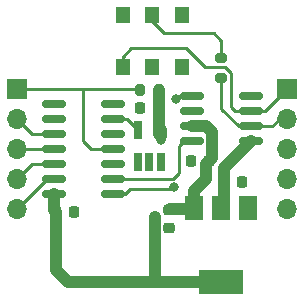
<source format=gbr>
%TF.GenerationSoftware,KiCad,Pcbnew,7.0.10*%
%TF.CreationDate,2024-05-08T17:05:56+09:00*%
%TF.ProjectId,CANFD_Module_withMCP2517FD&MCP2562FD,43414e46-445f-44d6-9f64-756c655f7769,rev?*%
%TF.SameCoordinates,Original*%
%TF.FileFunction,Copper,L1,Top*%
%TF.FilePolarity,Positive*%
%FSLAX46Y46*%
G04 Gerber Fmt 4.6, Leading zero omitted, Abs format (unit mm)*
G04 Created by KiCad (PCBNEW 7.0.10) date 2024-05-08 17:05:56*
%MOMM*%
%LPD*%
G01*
G04 APERTURE LIST*
G04 Aperture macros list*
%AMRoundRect*
0 Rectangle with rounded corners*
0 $1 Rounding radius*
0 $2 $3 $4 $5 $6 $7 $8 $9 X,Y pos of 4 corners*
0 Add a 4 corners polygon primitive as box body*
4,1,4,$2,$3,$4,$5,$6,$7,$8,$9,$2,$3,0*
0 Add four circle primitives for the rounded corners*
1,1,$1+$1,$2,$3*
1,1,$1+$1,$4,$5*
1,1,$1+$1,$6,$7*
1,1,$1+$1,$8,$9*
0 Add four rect primitives between the rounded corners*
20,1,$1+$1,$2,$3,$4,$5,0*
20,1,$1+$1,$4,$5,$6,$7,0*
20,1,$1+$1,$6,$7,$8,$9,0*
20,1,$1+$1,$8,$9,$2,$3,0*%
G04 Aperture macros list end*
%TA.AperFunction,SMDPad,CuDef*%
%ADD10RoundRect,0.200000X0.200000X0.275000X-0.200000X0.275000X-0.200000X-0.275000X0.200000X-0.275000X0*%
%TD*%
%TA.AperFunction,SMDPad,CuDef*%
%ADD11R,1.500000X2.000000*%
%TD*%
%TA.AperFunction,SMDPad,CuDef*%
%ADD12R,3.800000X2.000000*%
%TD*%
%TA.AperFunction,SMDPad,CuDef*%
%ADD13R,0.650000X1.560000*%
%TD*%
%TA.AperFunction,SMDPad,CuDef*%
%ADD14RoundRect,0.150000X0.825000X0.150000X-0.825000X0.150000X-0.825000X-0.150000X0.825000X-0.150000X0*%
%TD*%
%TA.AperFunction,SMDPad,CuDef*%
%ADD15RoundRect,0.150000X-0.825000X-0.150000X0.825000X-0.150000X0.825000X0.150000X-0.825000X0.150000X0*%
%TD*%
%TA.AperFunction,SMDPad,CuDef*%
%ADD16R,1.200000X1.400000*%
%TD*%
%TA.AperFunction,SMDPad,CuDef*%
%ADD17RoundRect,0.200000X-0.275000X0.200000X-0.275000X-0.200000X0.275000X-0.200000X0.275000X0.200000X0*%
%TD*%
%TA.AperFunction,ComponentPad*%
%ADD18R,1.700000X1.700000*%
%TD*%
%TA.AperFunction,ComponentPad*%
%ADD19O,1.700000X1.700000*%
%TD*%
%TA.AperFunction,SMDPad,CuDef*%
%ADD20RoundRect,0.225000X-0.225000X-0.250000X0.225000X-0.250000X0.225000X0.250000X-0.225000X0.250000X0*%
%TD*%
%TA.AperFunction,SMDPad,CuDef*%
%ADD21RoundRect,0.225000X-0.250000X0.225000X-0.250000X-0.225000X0.250000X-0.225000X0.250000X0.225000X0*%
%TD*%
%TA.AperFunction,SMDPad,CuDef*%
%ADD22RoundRect,0.225000X0.225000X0.250000X-0.225000X0.250000X-0.225000X-0.250000X0.225000X-0.250000X0*%
%TD*%
%TA.AperFunction,ViaPad*%
%ADD23C,0.800000*%
%TD*%
%TA.AperFunction,Conductor*%
%ADD24C,0.250000*%
%TD*%
%TA.AperFunction,Conductor*%
%ADD25C,1.000000*%
%TD*%
G04 APERTURE END LIST*
D10*
%TO.P,R2,1*%
%TO.N,+3V3*%
X128841000Y-71247000D03*
%TO.P,R2,2*%
%TO.N,INT*%
X127191000Y-71247000D03*
%TD*%
D11*
%TO.P,U4,1,GND*%
%TO.N,GND*%
X136412000Y-81178000D03*
D12*
%TO.P,U4,2,VO*%
%TO.N,+3V3*%
X134112000Y-87478000D03*
D11*
X134112000Y-81178000D03*
%TO.P,U4,3,VI*%
%TO.N,+5V*%
X131812000Y-81178000D03*
%TD*%
D13*
%TO.P,U3,1,GND*%
%TO.N,GND*%
X127066000Y-77296000D03*
%TO.P,U3,2,NC*%
%TO.N,unconnected-(U3-NC-Pad2)*%
X128016000Y-77296000D03*
%TO.P,U3,3,OE/~{ST}/NC*%
%TO.N,unconnected-(U3-OE{slash}~{ST}{slash}NC-Pad3)*%
X128966000Y-77296000D03*
%TO.P,U3,4,VDD*%
%TO.N,+3V3*%
X128966000Y-74596000D03*
%TO.P,U3,5,OUT*%
%TO.N,Net-(U2-OSC1)*%
X127066000Y-74596000D03*
%TD*%
D14*
%TO.P,U2,1,TXCAN*%
%TO.N,CANTX*%
X124903000Y-80010000D03*
%TO.P,U2,2,RXCAN*%
%TO.N,CANRX*%
X124903000Y-78740000D03*
%TO.P,U2,3,CLKO/SOF*%
%TO.N,unconnected-(U2-CLKO{slash}SOF-Pad3)*%
X124903000Y-77470000D03*
%TO.P,U2,4,~{INT}*%
%TO.N,INT*%
X124903000Y-76200000D03*
%TO.P,U2,5,OSC2*%
%TO.N,unconnected-(U2-OSC2-Pad5)*%
X124903000Y-74930000D03*
%TO.P,U2,6,OSC1*%
%TO.N,Net-(U2-OSC1)*%
X124903000Y-73660000D03*
%TO.P,U2,7,VSS*%
%TO.N,GND*%
X124903000Y-72390000D03*
%TO.P,U2,8,~{INT1}/GPIO1*%
%TO.N,unconnected-(U2-~{INT1}{slash}GPIO1-Pad8)*%
X119953000Y-72390000D03*
%TO.P,U2,9,~{INT0}/GPIO0/XSTBY*%
%TO.N,unconnected-(U2-~{INT0}{slash}GPIO0{slash}XSTBY-Pad9)*%
X119953000Y-73660000D03*
%TO.P,U2,10,SCK*%
%TO.N,SPI_SCK*%
X119953000Y-74930000D03*
%TO.P,U2,11,SDI*%
%TO.N,SPI_MOSI*%
X119953000Y-76200000D03*
%TO.P,U2,12,SDO*%
%TO.N,SPI_MISO*%
X119953000Y-77470000D03*
%TO.P,U2,13,nCS*%
%TO.N,SPI_CS*%
X119953000Y-78740000D03*
%TO.P,U2,14,VDD*%
%TO.N,+3V3*%
X119953000Y-80010000D03*
%TD*%
D15*
%TO.P,U1,1,TXD*%
%TO.N,CANTX*%
X131637000Y-71755000D03*
%TO.P,U1,2,VSS*%
%TO.N,GND*%
X131637000Y-73025000D03*
%TO.P,U1,3,VDD*%
%TO.N,+5V*%
X131637000Y-74295000D03*
%TO.P,U1,4,RXD*%
%TO.N,CANRX*%
X131637000Y-75565000D03*
%TO.P,U1,5,Vio*%
%TO.N,+3V3*%
X136587000Y-75565000D03*
%TO.P,U1,6,CANL*%
%TO.N,CANL*%
X136587000Y-74295000D03*
%TO.P,U1,7,CANH*%
%TO.N,CANH*%
X136587000Y-73025000D03*
%TO.P,U1,8,STBY*%
%TO.N,GND*%
X136587000Y-71755000D03*
%TD*%
D16*
%TO.P,SW1,1,A*%
%TO.N,CANH*%
X125770000Y-69256000D03*
X125770000Y-64856000D03*
%TO.P,SW1,2,B*%
%TO.N,Net-(SW1A-B)*%
X128270000Y-69256000D03*
X128270000Y-64856000D03*
%TO.P,SW1,3,C*%
%TO.N,unconnected-(SW1A-C-Pad3)*%
X130770000Y-69256000D03*
X130770000Y-64856000D03*
%TD*%
D17*
%TO.P,R1,1*%
%TO.N,Net-(SW1A-B)*%
X134112000Y-68517000D03*
%TO.P,R1,2*%
%TO.N,CANL*%
X134112000Y-70167000D03*
%TD*%
D18*
%TO.P,J2,1,Pin_1*%
%TO.N,CANH*%
X139700000Y-71125000D03*
D19*
%TO.P,J2,2,Pin_2*%
%TO.N,CANL*%
X139700000Y-73665000D03*
%TO.P,J2,3,Pin_3*%
%TO.N,unconnected-(J2-Pin_3-Pad3)*%
X139700000Y-76205000D03*
%TO.P,J2,4,Pin_4*%
%TO.N,+5V*%
X139700000Y-78745000D03*
%TO.P,J2,5,Pin_5*%
%TO.N,GND*%
X139700000Y-81285000D03*
%TD*%
%TO.P,J1,5,Pin_5*%
%TO.N,SPI_CS*%
X116840000Y-81285000D03*
%TO.P,J1,4,Pin_4*%
%TO.N,SPI_MISO*%
X116840000Y-78745000D03*
%TO.P,J1,3,Pin_3*%
%TO.N,SPI_MOSI*%
X116840000Y-76205000D03*
%TO.P,J1,2,Pin_2*%
%TO.N,SPI_SCK*%
X116840000Y-73665000D03*
D18*
%TO.P,J1,1,Pin_1*%
%TO.N,INT*%
X116840000Y-71125000D03*
%TD*%
D20*
%TO.P,C5,1*%
%TO.N,+3V3*%
X134353000Y-78994000D03*
%TO.P,C5,2*%
%TO.N,GND*%
X135903000Y-78994000D03*
%TD*%
D21*
%TO.P,C4,1*%
%TO.N,+5V*%
X129667000Y-81394000D03*
%TO.P,C4,2*%
%TO.N,GND*%
X129667000Y-82944000D03*
%TD*%
D22*
%TO.P,C3,1*%
%TO.N,+5V*%
X133109000Y-77216000D03*
%TO.P,C3,2*%
%TO.N,GND*%
X131559000Y-77216000D03*
%TD*%
D20*
%TO.P,C2,1*%
%TO.N,+3V3*%
X120129000Y-81534000D03*
%TO.P,C2,2*%
%TO.N,GND*%
X121679000Y-81534000D03*
%TD*%
D22*
%TO.P,C1,1*%
%TO.N,+3V3*%
X128791000Y-72771000D03*
%TO.P,C1,2*%
%TO.N,GND*%
X127241000Y-72771000D03*
%TD*%
D23*
%TO.N,CANTX*%
X130132000Y-79465000D03*
X130302000Y-72009000D03*
%TO.N,+5V*%
X131826000Y-79756000D03*
X132334000Y-79248000D03*
%TO.N,+3V3*%
X128492000Y-83820000D03*
X128492000Y-82889997D03*
X129032000Y-75438000D03*
X128966000Y-74596000D03*
X128492000Y-81959994D03*
%TO.N,+5V*%
X132842000Y-78740000D03*
%TD*%
D24*
%TO.N,CANH*%
X125770000Y-68413000D02*
X125770000Y-69256000D01*
X126492000Y-67691000D02*
X125770000Y-68413000D01*
X131155000Y-67691000D02*
X126492000Y-67691000D01*
X132706000Y-69242000D02*
X131155000Y-67691000D01*
X134912000Y-69743996D02*
X134410004Y-69242000D01*
X134410004Y-69242000D02*
X132706000Y-69242000D01*
X134912000Y-72682000D02*
X134912000Y-69743996D01*
X135255000Y-73025000D02*
X134912000Y-72682000D01*
X136587000Y-73025000D02*
X135255000Y-73025000D01*
%TO.N,CANL*%
X135612001Y-74295000D02*
X136587000Y-74295000D01*
X134112000Y-72794999D02*
X135612001Y-74295000D01*
X134112000Y-70167000D02*
X134112000Y-72794999D01*
%TO.N,Net-(SW1A-B)*%
X133477000Y-66421000D02*
X134112000Y-67056000D01*
X129286000Y-66421000D02*
X133477000Y-66421000D01*
X128270000Y-65405000D02*
X129286000Y-66421000D01*
X128270000Y-64856000D02*
X128270000Y-65405000D01*
X134112000Y-67056000D02*
X134112000Y-68517000D01*
%TO.N,CANH*%
X137800000Y-73025000D02*
X139700000Y-71125000D01*
X136587000Y-73025000D02*
X137800000Y-73025000D01*
%TO.N,CANL*%
X138430000Y-74295000D02*
X136587000Y-74295000D01*
X139060000Y-73665000D02*
X138430000Y-74295000D01*
X139700000Y-73665000D02*
X139060000Y-73665000D01*
%TO.N,CANTX*%
X126355562Y-79638438D02*
X125984000Y-80010000D01*
X125984000Y-80010000D02*
X124903000Y-80010000D01*
X130132000Y-79465000D02*
X129958562Y-79638438D01*
X129958562Y-79638438D02*
X126355562Y-79638438D01*
X130556000Y-71755000D02*
X131637000Y-71755000D01*
X130302000Y-72009000D02*
X130556000Y-71755000D01*
%TO.N,CANRX*%
X130556000Y-75946000D02*
X130556000Y-78232000D01*
X130048000Y-78740000D02*
X124903000Y-78740000D01*
X131637000Y-75565000D02*
X130937000Y-75565000D01*
X130937000Y-75565000D02*
X130556000Y-75946000D01*
X130556000Y-78232000D02*
X130048000Y-78740000D01*
D25*
%TO.N,+3V3*%
X128492000Y-81959994D02*
X128492000Y-83820000D01*
X128492000Y-87446000D02*
X128524000Y-87478000D01*
X128492000Y-83820000D02*
X128492000Y-87446000D01*
D24*
%TO.N,INT*%
X122428000Y-71125000D02*
X127069000Y-71125000D01*
X122428000Y-75565000D02*
X122428000Y-71125000D01*
X116840000Y-71125000D02*
X122428000Y-71125000D01*
X123063000Y-76200000D02*
X122428000Y-75565000D01*
X124903000Y-76200000D02*
X123063000Y-76200000D01*
%TO.N,Net-(U2-OSC1)*%
X126130000Y-73660000D02*
X127066000Y-74596000D01*
X124903000Y-73660000D02*
X126130000Y-73660000D01*
%TO.N,SPI_CS*%
X116840000Y-81285000D02*
X119385000Y-78740000D01*
X119385000Y-78740000D02*
X119953000Y-78740000D01*
%TO.N,SPI_MISO*%
X118115000Y-77470000D02*
X119953000Y-77470000D01*
X116840000Y-78745000D02*
X118115000Y-77470000D01*
%TO.N,SPI_MOSI*%
X119948000Y-76205000D02*
X119953000Y-76200000D01*
X116840000Y-76205000D02*
X119948000Y-76205000D01*
%TO.N,SPI_SCK*%
X118105000Y-74930000D02*
X119953000Y-74930000D01*
X116840000Y-73665000D02*
X118105000Y-74930000D01*
D25*
%TO.N,+3V3*%
X128841000Y-71247000D02*
X128841000Y-74950238D01*
X128524000Y-87478000D02*
X134112000Y-87478000D01*
X121133000Y-87478000D02*
X128524000Y-87478000D01*
X128966000Y-74596000D02*
X128966000Y-75075238D01*
X120129000Y-86474000D02*
X121133000Y-87478000D01*
X120129000Y-81534000D02*
X120129000Y-86474000D01*
X119953000Y-81358000D02*
X120129000Y-81534000D01*
X119953000Y-80010000D02*
X119953000Y-81358000D01*
%TO.N,+5V*%
X131710000Y-81280000D02*
X131812000Y-81178000D01*
X129807000Y-81280000D02*
X131710000Y-81280000D01*
X131812000Y-79770000D02*
X132842000Y-78740000D01*
X131812000Y-81178000D02*
X131812000Y-79770000D01*
X133312000Y-77013000D02*
X133109000Y-77216000D01*
X133312000Y-74765000D02*
X133312000Y-77013000D01*
X132842000Y-74295000D02*
X133312000Y-74765000D01*
X131637000Y-74295000D02*
X132842000Y-74295000D01*
X132842000Y-77483000D02*
X133109000Y-77216000D01*
X132842000Y-78740000D02*
X132842000Y-77483000D01*
%TO.N,+3V3*%
X134353000Y-80937000D02*
X134112000Y-81178000D01*
X134353000Y-78994000D02*
X134353000Y-80937000D01*
X134353000Y-77799000D02*
X134353000Y-78994000D01*
X136587000Y-75565000D02*
X134353000Y-77799000D01*
D24*
X128841000Y-74471000D02*
X128966000Y-74596000D01*
%TO.N,INT*%
X127069000Y-71125000D02*
X127191000Y-71247000D01*
%TD*%
M02*

</source>
